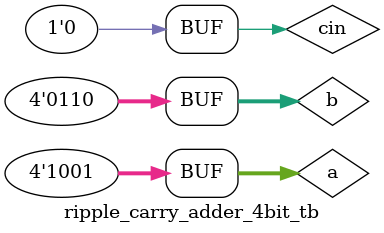
<source format=v>
module full_adder(
  input a, b, cin,
   output sum, cout);
  assign sum = a ^ b ^ cin;
  assign cout = (a & b)|(b & cin)|(a & cin);

endmodule

module ripple_carry_adder_4bit(
  input [3:0] a,
  input [3:0] b,
  input cin,
  output [3:0] sum,
  output cout);
  
  wire c1, c2, c3;

  
  full_adder fa0(.a(a[0]),.b(b[0]),.cin(cin),.sum(sum[0]),.cout(c1));
  full_adder fa1(.a(a[1]),.b(b[1]),.cin(c1),.sum(sum[1]),.cout(c2));
  full_adder fa2(.a(a[2]),.b(b[2]),.cin(c2),.sum(sum[2]),.cout(c3));
  full_adder fa3(.a(a[3]),.b(b[3]),.cin(c3),.sum(sum[3]),.cout(cout));


endmodule
//testbench
module ripple_carry_adder_4bit_tb;
  reg [3:0] a;
  reg [3:0] b;
  reg cin;
  wire [3:0] sum;
  wire cout;
  
  ripple_carry_adder_4bit uut(.a(a),.b(b),.cin(cin),.sum(sum),.cout(cout));
  initial begin
    a = 4'b0001; b = 4'b0010; cin = 0; #10;
    a = 4'b0111; b = 4'b1010; cin = 0; #10;
    a = 4'b1101; b = 4'b1010; cin = 0; #10;
    a = 4'b1001; b = 4'b0110; cin = 0; #10;
  end
 
  initial begin
    $monitor("Time=%t A=%b B=%b Cin=%b Sum=%b Cout=%b",$time,a,b,cin,sum,cout);
  end
  
  initial begin
    $dumpfile("ripple_carry_adder_4bit.vcd");
    $dumpvars(1,ripple_carry_adder_4bit_tb);
  end

endmodule

</source>
